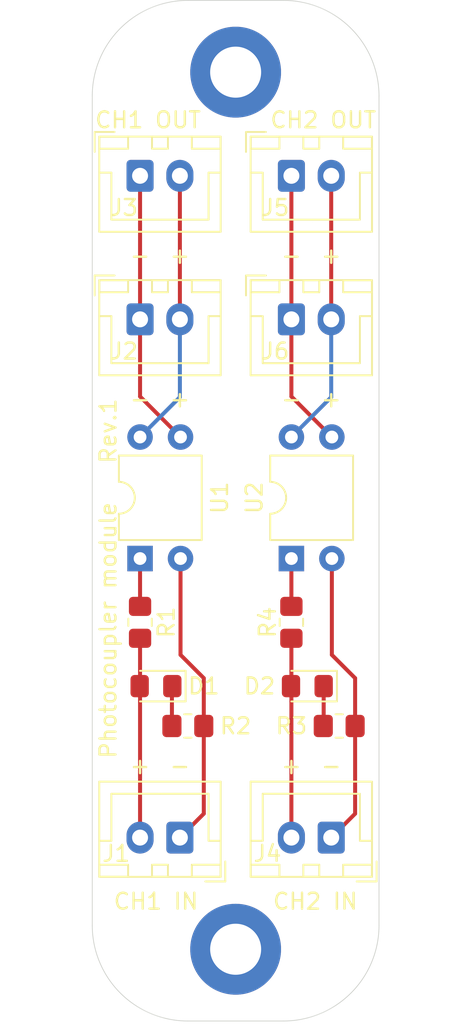
<source format=kicad_pcb>
(kicad_pcb (version 20171130) (host pcbnew 5.1.9+dfsg1-1)

  (general
    (thickness 1.6)
    (drawings 26)
    (tracks 32)
    (zones 0)
    (modules 16)
    (nets 13)
  )

  (page A4)
  (layers
    (0 F.Cu signal)
    (31 B.Cu signal)
    (32 B.Adhes user)
    (33 F.Adhes user)
    (34 B.Paste user)
    (35 F.Paste user)
    (36 B.SilkS user)
    (37 F.SilkS user)
    (38 B.Mask user)
    (39 F.Mask user)
    (40 Dwgs.User user)
    (41 Cmts.User user)
    (42 Eco1.User user)
    (43 Eco2.User user)
    (44 Edge.Cuts user)
    (45 Margin user)
    (46 B.CrtYd user)
    (47 F.CrtYd user)
    (48 B.Fab user)
    (49 F.Fab user)
  )

  (setup
    (last_trace_width 0.25)
    (trace_clearance 0.2)
    (zone_clearance 0.508)
    (zone_45_only no)
    (trace_min 0.2)
    (via_size 0.8)
    (via_drill 0.4)
    (via_min_size 0.4)
    (via_min_drill 0.3)
    (uvia_size 0.3)
    (uvia_drill 0.1)
    (uvias_allowed no)
    (uvia_min_size 0.2)
    (uvia_min_drill 0.1)
    (edge_width 0.05)
    (segment_width 0.2)
    (pcb_text_width 0.3)
    (pcb_text_size 1.5 1.5)
    (mod_edge_width 0.12)
    (mod_text_size 1 1)
    (mod_text_width 0.15)
    (pad_size 1.524 1.524)
    (pad_drill 0.762)
    (pad_to_mask_clearance 0)
    (aux_axis_origin 0 0)
    (visible_elements FFFFFF7F)
    (pcbplotparams
      (layerselection 0x010fc_ffffffff)
      (usegerberextensions false)
      (usegerberattributes true)
      (usegerberadvancedattributes true)
      (creategerberjobfile true)
      (excludeedgelayer true)
      (linewidth 0.100000)
      (plotframeref false)
      (viasonmask false)
      (mode 1)
      (useauxorigin false)
      (hpglpennumber 1)
      (hpglpenspeed 20)
      (hpglpendiameter 15.000000)
      (psnegative false)
      (psa4output false)
      (plotreference true)
      (plotvalue true)
      (plotinvisibletext false)
      (padsonsilk false)
      (subtractmaskfromsilk false)
      (outputformat 1)
      (mirror false)
      (drillshape 1)
      (scaleselection 1)
      (outputdirectory ""))
  )

  (net 0 "")
  (net 1 "Net-(J1-Pad1)")
  (net 2 "Net-(J2-Pad1)")
  (net 3 "Net-(J2-Pad2)")
  (net 4 "Net-(R1-Pad1)")
  (net 5 "Net-(D1-Pad1)")
  (net 6 "Net-(D1-Pad2)")
  (net 7 "Net-(D2-Pad1)")
  (net 8 "Net-(D2-Pad2)")
  (net 9 "Net-(J4-Pad1)")
  (net 10 "Net-(J5-Pad1)")
  (net 11 "Net-(J5-Pad2)")
  (net 12 "Net-(R4-Pad1)")

  (net_class Default "This is the default net class."
    (clearance 0.2)
    (trace_width 0.25)
    (via_dia 0.8)
    (via_drill 0.4)
    (uvia_dia 0.3)
    (uvia_drill 0.1)
    (add_net "Net-(D1-Pad1)")
    (add_net "Net-(D1-Pad2)")
    (add_net "Net-(D2-Pad1)")
    (add_net "Net-(D2-Pad2)")
    (add_net "Net-(J1-Pad1)")
    (add_net "Net-(J2-Pad1)")
    (add_net "Net-(J2-Pad2)")
    (add_net "Net-(J4-Pad1)")
    (add_net "Net-(J5-Pad1)")
    (add_net "Net-(J5-Pad2)")
    (add_net "Net-(R1-Pad1)")
    (add_net "Net-(R4-Pad1)")
  )

  (module MountingHole:MountingHole_3.2mm_M3_ISO7380_Pad (layer F.Cu) (tedit 56D1B4CB) (tstamp 636A62B6)
    (at 155 115)
    (descr "Mounting Hole 3.2mm, M3, ISO7380")
    (tags "mounting hole 3.2mm m3 iso7380")
    (attr virtual)
    (fp_text reference REF** (at 0 -3.85) (layer F.SilkS) hide
      (effects (font (size 1 1) (thickness 0.15)))
    )
    (fp_text value MountingHole_3.2mm_M3_ISO7380_Pad (at 0 3.85) (layer F.Fab)
      (effects (font (size 1 1) (thickness 0.15)))
    )
    (fp_text user %R (at 0.3 0) (layer F.Fab)
      (effects (font (size 1 1) (thickness 0.15)))
    )
    (fp_circle (center 0 0) (end 2.85 0) (layer Cmts.User) (width 0.15))
    (fp_circle (center 0 0) (end 3.1 0) (layer F.CrtYd) (width 0.05))
    (pad 1 thru_hole circle (at 0 0) (size 5.7 5.7) (drill 3.2) (layers *.Cu *.Mask))
  )

  (module MountingHole:MountingHole_3.2mm_M3_ISO7380_Pad (layer F.Cu) (tedit 56D1B4CB) (tstamp 636A6299)
    (at 155 60)
    (descr "Mounting Hole 3.2mm, M3, ISO7380")
    (tags "mounting hole 3.2mm m3 iso7380")
    (attr virtual)
    (fp_text reference REF** (at 0 -3.85) (layer F.SilkS) hide
      (effects (font (size 1 1) (thickness 0.15)))
    )
    (fp_text value MountingHole_3.2mm_M3_ISO7380_Pad (at 0 3.85) (layer F.Fab)
      (effects (font (size 1 1) (thickness 0.15)))
    )
    (fp_text user %R (at 0.3 0) (layer F.Fab)
      (effects (font (size 1 1) (thickness 0.15)))
    )
    (fp_circle (center 0 0) (end 2.85 0) (layer Cmts.User) (width 0.15))
    (fp_circle (center 0 0) (end 3.1 0) (layer F.CrtYd) (width 0.05))
    (pad 1 thru_hole circle (at 0 0) (size 5.7 5.7) (drill 3.2) (layers *.Cu *.Mask))
  )

  (module Connector_JST:JST_XH_B2B-XH-A_1x02_P2.50mm_Vertical (layer F.Cu) (tedit 5C28146C) (tstamp 636A05FB)
    (at 151.5 108 180)
    (descr "JST XH series connector, B2B-XH-A (http://www.jst-mfg.com/product/pdf/eng/eXH.pdf), generated with kicad-footprint-generator")
    (tags "connector JST XH vertical")
    (path /636B5376)
    (fp_text reference J1 (at 4 -1) (layer F.SilkS)
      (effects (font (size 1 1) (thickness 0.15)))
    )
    (fp_text value Conn_01x02_Female (at 1.25 4.6) (layer F.Fab)
      (effects (font (size 1 1) (thickness 0.15)))
    )
    (fp_line (start -2.85 -2.75) (end -2.85 -1.5) (layer F.SilkS) (width 0.12))
    (fp_line (start -1.6 -2.75) (end -2.85 -2.75) (layer F.SilkS) (width 0.12))
    (fp_line (start 4.3 2.75) (end 1.25 2.75) (layer F.SilkS) (width 0.12))
    (fp_line (start 4.3 -0.2) (end 4.3 2.75) (layer F.SilkS) (width 0.12))
    (fp_line (start 5.05 -0.2) (end 4.3 -0.2) (layer F.SilkS) (width 0.12))
    (fp_line (start -1.8 2.75) (end 1.25 2.75) (layer F.SilkS) (width 0.12))
    (fp_line (start -1.8 -0.2) (end -1.8 2.75) (layer F.SilkS) (width 0.12))
    (fp_line (start -2.55 -0.2) (end -1.8 -0.2) (layer F.SilkS) (width 0.12))
    (fp_line (start 5.05 -2.45) (end 3.25 -2.45) (layer F.SilkS) (width 0.12))
    (fp_line (start 5.05 -1.7) (end 5.05 -2.45) (layer F.SilkS) (width 0.12))
    (fp_line (start 3.25 -1.7) (end 5.05 -1.7) (layer F.SilkS) (width 0.12))
    (fp_line (start 3.25 -2.45) (end 3.25 -1.7) (layer F.SilkS) (width 0.12))
    (fp_line (start -0.75 -2.45) (end -2.55 -2.45) (layer F.SilkS) (width 0.12))
    (fp_line (start -0.75 -1.7) (end -0.75 -2.45) (layer F.SilkS) (width 0.12))
    (fp_line (start -2.55 -1.7) (end -0.75 -1.7) (layer F.SilkS) (width 0.12))
    (fp_line (start -2.55 -2.45) (end -2.55 -1.7) (layer F.SilkS) (width 0.12))
    (fp_line (start 1.75 -2.45) (end 0.75 -2.45) (layer F.SilkS) (width 0.12))
    (fp_line (start 1.75 -1.7) (end 1.75 -2.45) (layer F.SilkS) (width 0.12))
    (fp_line (start 0.75 -1.7) (end 1.75 -1.7) (layer F.SilkS) (width 0.12))
    (fp_line (start 0.75 -2.45) (end 0.75 -1.7) (layer F.SilkS) (width 0.12))
    (fp_line (start 0 -1.35) (end 0.625 -2.35) (layer F.Fab) (width 0.1))
    (fp_line (start -0.625 -2.35) (end 0 -1.35) (layer F.Fab) (width 0.1))
    (fp_line (start 5.45 -2.85) (end -2.95 -2.85) (layer F.CrtYd) (width 0.05))
    (fp_line (start 5.45 3.9) (end 5.45 -2.85) (layer F.CrtYd) (width 0.05))
    (fp_line (start -2.95 3.9) (end 5.45 3.9) (layer F.CrtYd) (width 0.05))
    (fp_line (start -2.95 -2.85) (end -2.95 3.9) (layer F.CrtYd) (width 0.05))
    (fp_line (start 5.06 -2.46) (end -2.56 -2.46) (layer F.SilkS) (width 0.12))
    (fp_line (start 5.06 3.51) (end 5.06 -2.46) (layer F.SilkS) (width 0.12))
    (fp_line (start -2.56 3.51) (end 5.06 3.51) (layer F.SilkS) (width 0.12))
    (fp_line (start -2.56 -2.46) (end -2.56 3.51) (layer F.SilkS) (width 0.12))
    (fp_line (start 4.95 -2.35) (end -2.45 -2.35) (layer F.Fab) (width 0.1))
    (fp_line (start 4.95 3.4) (end 4.95 -2.35) (layer F.Fab) (width 0.1))
    (fp_line (start -2.45 3.4) (end 4.95 3.4) (layer F.Fab) (width 0.1))
    (fp_line (start -2.45 -2.35) (end -2.45 3.4) (layer F.Fab) (width 0.1))
    (fp_text user %R (at 1.25 2.7) (layer F.Fab)
      (effects (font (size 1 1) (thickness 0.15)))
    )
    (pad 1 thru_hole roundrect (at 0 0 180) (size 1.7 2) (drill 1) (layers *.Cu *.Mask) (roundrect_rratio 0.147059)
      (net 1 "Net-(J1-Pad1)"))
    (pad 2 thru_hole oval (at 2.5 0 180) (size 1.7 2) (drill 1) (layers *.Cu *.Mask)
      (net 6 "Net-(D1-Pad2)"))
    (model ${KISYS3DMOD}/Connector_JST.3dshapes/JST_XH_B2B-XH-A_1x02_P2.50mm_Vertical.wrl
      (at (xyz 0 0 0))
      (scale (xyz 1 1 1))
      (rotate (xyz 0 0 0))
    )
  )

  (module Connector_JST:JST_XH_B2B-XH-A_1x02_P2.50mm_Vertical (layer F.Cu) (tedit 5C28146C) (tstamp 636A0624)
    (at 149 75.5)
    (descr "JST XH series connector, B2B-XH-A (http://www.jst-mfg.com/product/pdf/eng/eXH.pdf), generated with kicad-footprint-generator")
    (tags "connector JST XH vertical")
    (path /636AAD6B)
    (fp_text reference J2 (at -1 2) (layer F.SilkS)
      (effects (font (size 1 1) (thickness 0.15)))
    )
    (fp_text value Conn_01x02_Female (at 1.25 4.6) (layer F.Fab)
      (effects (font (size 1 1) (thickness 0.15)))
    )
    (fp_line (start -2.85 -2.75) (end -2.85 -1.5) (layer F.SilkS) (width 0.12))
    (fp_line (start -1.6 -2.75) (end -2.85 -2.75) (layer F.SilkS) (width 0.12))
    (fp_line (start 4.3 2.75) (end 1.25 2.75) (layer F.SilkS) (width 0.12))
    (fp_line (start 4.3 -0.2) (end 4.3 2.75) (layer F.SilkS) (width 0.12))
    (fp_line (start 5.05 -0.2) (end 4.3 -0.2) (layer F.SilkS) (width 0.12))
    (fp_line (start -1.8 2.75) (end 1.25 2.75) (layer F.SilkS) (width 0.12))
    (fp_line (start -1.8 -0.2) (end -1.8 2.75) (layer F.SilkS) (width 0.12))
    (fp_line (start -2.55 -0.2) (end -1.8 -0.2) (layer F.SilkS) (width 0.12))
    (fp_line (start 5.05 -2.45) (end 3.25 -2.45) (layer F.SilkS) (width 0.12))
    (fp_line (start 5.05 -1.7) (end 5.05 -2.45) (layer F.SilkS) (width 0.12))
    (fp_line (start 3.25 -1.7) (end 5.05 -1.7) (layer F.SilkS) (width 0.12))
    (fp_line (start 3.25 -2.45) (end 3.25 -1.7) (layer F.SilkS) (width 0.12))
    (fp_line (start -0.75 -2.45) (end -2.55 -2.45) (layer F.SilkS) (width 0.12))
    (fp_line (start -0.75 -1.7) (end -0.75 -2.45) (layer F.SilkS) (width 0.12))
    (fp_line (start -2.55 -1.7) (end -0.75 -1.7) (layer F.SilkS) (width 0.12))
    (fp_line (start -2.55 -2.45) (end -2.55 -1.7) (layer F.SilkS) (width 0.12))
    (fp_line (start 1.75 -2.45) (end 0.75 -2.45) (layer F.SilkS) (width 0.12))
    (fp_line (start 1.75 -1.7) (end 1.75 -2.45) (layer F.SilkS) (width 0.12))
    (fp_line (start 0.75 -1.7) (end 1.75 -1.7) (layer F.SilkS) (width 0.12))
    (fp_line (start 0.75 -2.45) (end 0.75 -1.7) (layer F.SilkS) (width 0.12))
    (fp_line (start 0 -1.35) (end 0.625 -2.35) (layer F.Fab) (width 0.1))
    (fp_line (start -0.625 -2.35) (end 0 -1.35) (layer F.Fab) (width 0.1))
    (fp_line (start 5.45 -2.85) (end -2.95 -2.85) (layer F.CrtYd) (width 0.05))
    (fp_line (start 5.45 3.9) (end 5.45 -2.85) (layer F.CrtYd) (width 0.05))
    (fp_line (start -2.95 3.9) (end 5.45 3.9) (layer F.CrtYd) (width 0.05))
    (fp_line (start -2.95 -2.85) (end -2.95 3.9) (layer F.CrtYd) (width 0.05))
    (fp_line (start 5.06 -2.46) (end -2.56 -2.46) (layer F.SilkS) (width 0.12))
    (fp_line (start 5.06 3.51) (end 5.06 -2.46) (layer F.SilkS) (width 0.12))
    (fp_line (start -2.56 3.51) (end 5.06 3.51) (layer F.SilkS) (width 0.12))
    (fp_line (start -2.56 -2.46) (end -2.56 3.51) (layer F.SilkS) (width 0.12))
    (fp_line (start 4.95 -2.35) (end -2.45 -2.35) (layer F.Fab) (width 0.1))
    (fp_line (start 4.95 3.4) (end 4.95 -2.35) (layer F.Fab) (width 0.1))
    (fp_line (start -2.45 3.4) (end 4.95 3.4) (layer F.Fab) (width 0.1))
    (fp_line (start -2.45 -2.35) (end -2.45 3.4) (layer F.Fab) (width 0.1))
    (fp_text user %R (at 1.25 2.7) (layer F.Fab)
      (effects (font (size 1 1) (thickness 0.15)))
    )
    (pad 1 thru_hole roundrect (at 0 0) (size 1.7 2) (drill 1) (layers *.Cu *.Mask) (roundrect_rratio 0.147059)
      (net 2 "Net-(J2-Pad1)"))
    (pad 2 thru_hole oval (at 2.5 0) (size 1.7 2) (drill 1) (layers *.Cu *.Mask)
      (net 3 "Net-(J2-Pad2)"))
    (model ${KISYS3DMOD}/Connector_JST.3dshapes/JST_XH_B2B-XH-A_1x02_P2.50mm_Vertical.wrl
      (at (xyz 0 0 0))
      (scale (xyz 1 1 1))
      (rotate (xyz 0 0 0))
    )
  )

  (module Connector_JST:JST_XH_B2B-XH-A_1x02_P2.50mm_Vertical (layer F.Cu) (tedit 5C28146C) (tstamp 636A064D)
    (at 149 66.5)
    (descr "JST XH series connector, B2B-XH-A (http://www.jst-mfg.com/product/pdf/eng/eXH.pdf), generated with kicad-footprint-generator")
    (tags "connector JST XH vertical")
    (path /636AE5C4)
    (fp_text reference J3 (at -1 2) (layer F.SilkS)
      (effects (font (size 1 1) (thickness 0.15)))
    )
    (fp_text value Conn_01x02_Female (at 1.25 4.6) (layer F.Fab)
      (effects (font (size 1 1) (thickness 0.15)))
    )
    (fp_text user %R (at 1.25 2.7) (layer F.Fab)
      (effects (font (size 1 1) (thickness 0.15)))
    )
    (fp_line (start -2.45 -2.35) (end -2.45 3.4) (layer F.Fab) (width 0.1))
    (fp_line (start -2.45 3.4) (end 4.95 3.4) (layer F.Fab) (width 0.1))
    (fp_line (start 4.95 3.4) (end 4.95 -2.35) (layer F.Fab) (width 0.1))
    (fp_line (start 4.95 -2.35) (end -2.45 -2.35) (layer F.Fab) (width 0.1))
    (fp_line (start -2.56 -2.46) (end -2.56 3.51) (layer F.SilkS) (width 0.12))
    (fp_line (start -2.56 3.51) (end 5.06 3.51) (layer F.SilkS) (width 0.12))
    (fp_line (start 5.06 3.51) (end 5.06 -2.46) (layer F.SilkS) (width 0.12))
    (fp_line (start 5.06 -2.46) (end -2.56 -2.46) (layer F.SilkS) (width 0.12))
    (fp_line (start -2.95 -2.85) (end -2.95 3.9) (layer F.CrtYd) (width 0.05))
    (fp_line (start -2.95 3.9) (end 5.45 3.9) (layer F.CrtYd) (width 0.05))
    (fp_line (start 5.45 3.9) (end 5.45 -2.85) (layer F.CrtYd) (width 0.05))
    (fp_line (start 5.45 -2.85) (end -2.95 -2.85) (layer F.CrtYd) (width 0.05))
    (fp_line (start -0.625 -2.35) (end 0 -1.35) (layer F.Fab) (width 0.1))
    (fp_line (start 0 -1.35) (end 0.625 -2.35) (layer F.Fab) (width 0.1))
    (fp_line (start 0.75 -2.45) (end 0.75 -1.7) (layer F.SilkS) (width 0.12))
    (fp_line (start 0.75 -1.7) (end 1.75 -1.7) (layer F.SilkS) (width 0.12))
    (fp_line (start 1.75 -1.7) (end 1.75 -2.45) (layer F.SilkS) (width 0.12))
    (fp_line (start 1.75 -2.45) (end 0.75 -2.45) (layer F.SilkS) (width 0.12))
    (fp_line (start -2.55 -2.45) (end -2.55 -1.7) (layer F.SilkS) (width 0.12))
    (fp_line (start -2.55 -1.7) (end -0.75 -1.7) (layer F.SilkS) (width 0.12))
    (fp_line (start -0.75 -1.7) (end -0.75 -2.45) (layer F.SilkS) (width 0.12))
    (fp_line (start -0.75 -2.45) (end -2.55 -2.45) (layer F.SilkS) (width 0.12))
    (fp_line (start 3.25 -2.45) (end 3.25 -1.7) (layer F.SilkS) (width 0.12))
    (fp_line (start 3.25 -1.7) (end 5.05 -1.7) (layer F.SilkS) (width 0.12))
    (fp_line (start 5.05 -1.7) (end 5.05 -2.45) (layer F.SilkS) (width 0.12))
    (fp_line (start 5.05 -2.45) (end 3.25 -2.45) (layer F.SilkS) (width 0.12))
    (fp_line (start -2.55 -0.2) (end -1.8 -0.2) (layer F.SilkS) (width 0.12))
    (fp_line (start -1.8 -0.2) (end -1.8 2.75) (layer F.SilkS) (width 0.12))
    (fp_line (start -1.8 2.75) (end 1.25 2.75) (layer F.SilkS) (width 0.12))
    (fp_line (start 5.05 -0.2) (end 4.3 -0.2) (layer F.SilkS) (width 0.12))
    (fp_line (start 4.3 -0.2) (end 4.3 2.75) (layer F.SilkS) (width 0.12))
    (fp_line (start 4.3 2.75) (end 1.25 2.75) (layer F.SilkS) (width 0.12))
    (fp_line (start -1.6 -2.75) (end -2.85 -2.75) (layer F.SilkS) (width 0.12))
    (fp_line (start -2.85 -2.75) (end -2.85 -1.5) (layer F.SilkS) (width 0.12))
    (pad 2 thru_hole oval (at 2.5 0) (size 1.7 2) (drill 1) (layers *.Cu *.Mask)
      (net 3 "Net-(J2-Pad2)"))
    (pad 1 thru_hole roundrect (at 0 0) (size 1.7 2) (drill 1) (layers *.Cu *.Mask) (roundrect_rratio 0.147059)
      (net 2 "Net-(J2-Pad1)"))
    (model ${KISYS3DMOD}/Connector_JST.3dshapes/JST_XH_B2B-XH-A_1x02_P2.50mm_Vertical.wrl
      (at (xyz 0 0 0))
      (scale (xyz 1 1 1))
      (rotate (xyz 0 0 0))
    )
  )

  (module Resistor_SMD:R_0805_2012Metric_Pad1.20x1.40mm_HandSolder (layer F.Cu) (tedit 5F68FEEE) (tstamp 636A065E)
    (at 149 94.5 270)
    (descr "Resistor SMD 0805 (2012 Metric), square (rectangular) end terminal, IPC_7351 nominal with elongated pad for handsoldering. (Body size source: IPC-SM-782 page 72, https://www.pcb-3d.com/wordpress/wp-content/uploads/ipc-sm-782a_amendment_1_and_2.pdf), generated with kicad-footprint-generator")
    (tags "resistor handsolder")
    (path /636B4BA2)
    (attr smd)
    (fp_text reference R1 (at 0 -1.65 90) (layer F.SilkS)
      (effects (font (size 1 1) (thickness 0.15)))
    )
    (fp_text value R_US (at 0 1.65 90) (layer F.Fab)
      (effects (font (size 1 1) (thickness 0.15)))
    )
    (fp_line (start 1.85 0.95) (end -1.85 0.95) (layer F.CrtYd) (width 0.05))
    (fp_line (start 1.85 -0.95) (end 1.85 0.95) (layer F.CrtYd) (width 0.05))
    (fp_line (start -1.85 -0.95) (end 1.85 -0.95) (layer F.CrtYd) (width 0.05))
    (fp_line (start -1.85 0.95) (end -1.85 -0.95) (layer F.CrtYd) (width 0.05))
    (fp_line (start -0.227064 0.735) (end 0.227064 0.735) (layer F.SilkS) (width 0.12))
    (fp_line (start -0.227064 -0.735) (end 0.227064 -0.735) (layer F.SilkS) (width 0.12))
    (fp_line (start 1 0.625) (end -1 0.625) (layer F.Fab) (width 0.1))
    (fp_line (start 1 -0.625) (end 1 0.625) (layer F.Fab) (width 0.1))
    (fp_line (start -1 -0.625) (end 1 -0.625) (layer F.Fab) (width 0.1))
    (fp_line (start -1 0.625) (end -1 -0.625) (layer F.Fab) (width 0.1))
    (fp_text user %R (at 0 0 90) (layer F.Fab)
      (effects (font (size 0.5 0.5) (thickness 0.08)))
    )
    (pad 1 smd roundrect (at -1 0 270) (size 1.2 1.4) (layers F.Cu F.Paste F.Mask) (roundrect_rratio 0.208333)
      (net 4 "Net-(R1-Pad1)"))
    (pad 2 smd roundrect (at 1 0 270) (size 1.2 1.4) (layers F.Cu F.Paste F.Mask) (roundrect_rratio 0.208333)
      (net 6 "Net-(D1-Pad2)"))
    (model ${KISYS3DMOD}/Resistor_SMD.3dshapes/R_0805_2012Metric.wrl
      (at (xyz 0 0 0))
      (scale (xyz 1 1 1))
      (rotate (xyz 0 0 0))
    )
  )

  (module Package_DIP:DIP-4_W7.62mm (layer F.Cu) (tedit 5A02E8C5) (tstamp 636A0676)
    (at 149 90.5 90)
    (descr "4-lead though-hole mounted DIP package, row spacing 7.62 mm (300 mils)")
    (tags "THT DIP DIL PDIP 2.54mm 7.62mm 300mil")
    (path /636ACA1C)
    (fp_text reference U1 (at 3.81 5 90) (layer F.SilkS)
      (effects (font (size 1 1) (thickness 0.15)))
    )
    (fp_text value SFH617A-1 (at 3.81 4.87 90) (layer F.Fab)
      (effects (font (size 1 1) (thickness 0.15)))
    )
    (fp_line (start 8.7 -1.55) (end -1.1 -1.55) (layer F.CrtYd) (width 0.05))
    (fp_line (start 8.7 4.1) (end 8.7 -1.55) (layer F.CrtYd) (width 0.05))
    (fp_line (start -1.1 4.1) (end 8.7 4.1) (layer F.CrtYd) (width 0.05))
    (fp_line (start -1.1 -1.55) (end -1.1 4.1) (layer F.CrtYd) (width 0.05))
    (fp_line (start 6.46 -1.33) (end 4.81 -1.33) (layer F.SilkS) (width 0.12))
    (fp_line (start 6.46 3.87) (end 6.46 -1.33) (layer F.SilkS) (width 0.12))
    (fp_line (start 1.16 3.87) (end 6.46 3.87) (layer F.SilkS) (width 0.12))
    (fp_line (start 1.16 -1.33) (end 1.16 3.87) (layer F.SilkS) (width 0.12))
    (fp_line (start 2.81 -1.33) (end 1.16 -1.33) (layer F.SilkS) (width 0.12))
    (fp_line (start 0.635 -0.27) (end 1.635 -1.27) (layer F.Fab) (width 0.1))
    (fp_line (start 0.635 3.81) (end 0.635 -0.27) (layer F.Fab) (width 0.1))
    (fp_line (start 6.985 3.81) (end 0.635 3.81) (layer F.Fab) (width 0.1))
    (fp_line (start 6.985 -1.27) (end 6.985 3.81) (layer F.Fab) (width 0.1))
    (fp_line (start 1.635 -1.27) (end 6.985 -1.27) (layer F.Fab) (width 0.1))
    (fp_arc (start 3.81 -1.33) (end 2.81 -1.33) (angle -180) (layer F.SilkS) (width 0.12))
    (fp_text user %R (at 3.81 1.27 90) (layer F.Fab)
      (effects (font (size 1 1) (thickness 0.15)))
    )
    (pad 1 thru_hole rect (at 0 0 90) (size 1.6 1.6) (drill 0.8) (layers *.Cu *.Mask)
      (net 4 "Net-(R1-Pad1)"))
    (pad 3 thru_hole oval (at 7.62 2.54 90) (size 1.6 1.6) (drill 0.8) (layers *.Cu *.Mask)
      (net 2 "Net-(J2-Pad1)"))
    (pad 2 thru_hole oval (at 0 2.54 90) (size 1.6 1.6) (drill 0.8) (layers *.Cu *.Mask)
      (net 1 "Net-(J1-Pad1)"))
    (pad 4 thru_hole oval (at 7.62 0 90) (size 1.6 1.6) (drill 0.8) (layers *.Cu *.Mask)
      (net 3 "Net-(J2-Pad2)"))
    (model ${KISYS3DMOD}/Package_DIP.3dshapes/DIP-4_W7.62mm.wrl
      (at (xyz 0 0 0))
      (scale (xyz 1 1 1))
      (rotate (xyz 0 0 0))
    )
  )

  (module LED_SMD:LED_0805_2012Metric_Pad1.15x1.40mm_HandSolder (layer F.Cu) (tedit 5F68FEF1) (tstamp 636A0BDA)
    (at 150 98.5 180)
    (descr "LED SMD 0805 (2012 Metric), square (rectangular) end terminal, IPC_7351 nominal, (Body size source: https://docs.google.com/spreadsheets/d/1BsfQQcO9C6DZCsRaXUlFlo91Tg2WpOkGARC1WS5S8t0/edit?usp=sharing), generated with kicad-footprint-generator")
    (tags "LED handsolder")
    (path /636B8F15)
    (attr smd)
    (fp_text reference D1 (at -3 0) (layer F.SilkS)
      (effects (font (size 1 1) (thickness 0.15)))
    )
    (fp_text value LED (at 0 1.65) (layer F.Fab)
      (effects (font (size 1 1) (thickness 0.15)))
    )
    (fp_line (start 1.85 0.95) (end -1.85 0.95) (layer F.CrtYd) (width 0.05))
    (fp_line (start 1.85 -0.95) (end 1.85 0.95) (layer F.CrtYd) (width 0.05))
    (fp_line (start -1.85 -0.95) (end 1.85 -0.95) (layer F.CrtYd) (width 0.05))
    (fp_line (start -1.85 0.95) (end -1.85 -0.95) (layer F.CrtYd) (width 0.05))
    (fp_line (start -1.86 0.96) (end 1 0.96) (layer F.SilkS) (width 0.12))
    (fp_line (start -1.86 -0.96) (end -1.86 0.96) (layer F.SilkS) (width 0.12))
    (fp_line (start 1 -0.96) (end -1.86 -0.96) (layer F.SilkS) (width 0.12))
    (fp_line (start 1 0.6) (end 1 -0.6) (layer F.Fab) (width 0.1))
    (fp_line (start -1 0.6) (end 1 0.6) (layer F.Fab) (width 0.1))
    (fp_line (start -1 -0.3) (end -1 0.6) (layer F.Fab) (width 0.1))
    (fp_line (start -0.7 -0.6) (end -1 -0.3) (layer F.Fab) (width 0.1))
    (fp_line (start 1 -0.6) (end -0.7 -0.6) (layer F.Fab) (width 0.1))
    (fp_text user %R (at 0 0) (layer F.Fab)
      (effects (font (size 0.5 0.5) (thickness 0.08)))
    )
    (pad 1 smd roundrect (at -1.025 0 180) (size 1.15 1.4) (layers F.Cu F.Paste F.Mask) (roundrect_rratio 0.217391)
      (net 5 "Net-(D1-Pad1)"))
    (pad 2 smd roundrect (at 1.025 0 180) (size 1.15 1.4) (layers F.Cu F.Paste F.Mask) (roundrect_rratio 0.217391)
      (net 6 "Net-(D1-Pad2)"))
    (model ${KISYS3DMOD}/LED_SMD.3dshapes/LED_0805_2012Metric.wrl
      (at (xyz 0 0 0))
      (scale (xyz 1 1 1))
      (rotate (xyz 0 0 0))
    )
  )

  (module Resistor_SMD:R_0805_2012Metric_Pad1.20x1.40mm_HandSolder (layer F.Cu) (tedit 5F68FEEE) (tstamp 636A0BEB)
    (at 152 101)
    (descr "Resistor SMD 0805 (2012 Metric), square (rectangular) end terminal, IPC_7351 nominal with elongated pad for handsoldering. (Body size source: IPC-SM-782 page 72, https://www.pcb-3d.com/wordpress/wp-content/uploads/ipc-sm-782a_amendment_1_and_2.pdf), generated with kicad-footprint-generator")
    (tags "resistor handsolder")
    (path /636BA11D)
    (attr smd)
    (fp_text reference R2 (at 3 0) (layer F.SilkS)
      (effects (font (size 1 1) (thickness 0.15)))
    )
    (fp_text value R_US (at 0 1.65) (layer F.Fab)
      (effects (font (size 1 1) (thickness 0.15)))
    )
    (fp_line (start 1.85 0.95) (end -1.85 0.95) (layer F.CrtYd) (width 0.05))
    (fp_line (start 1.85 -0.95) (end 1.85 0.95) (layer F.CrtYd) (width 0.05))
    (fp_line (start -1.85 -0.95) (end 1.85 -0.95) (layer F.CrtYd) (width 0.05))
    (fp_line (start -1.85 0.95) (end -1.85 -0.95) (layer F.CrtYd) (width 0.05))
    (fp_line (start -0.227064 0.735) (end 0.227064 0.735) (layer F.SilkS) (width 0.12))
    (fp_line (start -0.227064 -0.735) (end 0.227064 -0.735) (layer F.SilkS) (width 0.12))
    (fp_line (start 1 0.625) (end -1 0.625) (layer F.Fab) (width 0.1))
    (fp_line (start 1 -0.625) (end 1 0.625) (layer F.Fab) (width 0.1))
    (fp_line (start -1 -0.625) (end 1 -0.625) (layer F.Fab) (width 0.1))
    (fp_line (start -1 0.625) (end -1 -0.625) (layer F.Fab) (width 0.1))
    (fp_text user %R (at 0 0) (layer F.Fab)
      (effects (font (size 0.5 0.5) (thickness 0.08)))
    )
    (pad 1 smd roundrect (at -1 0) (size 1.2 1.4) (layers F.Cu F.Paste F.Mask) (roundrect_rratio 0.208333)
      (net 5 "Net-(D1-Pad1)"))
    (pad 2 smd roundrect (at 1 0) (size 1.2 1.4) (layers F.Cu F.Paste F.Mask) (roundrect_rratio 0.208333)
      (net 1 "Net-(J1-Pad1)"))
    (model ${KISYS3DMOD}/Resistor_SMD.3dshapes/R_0805_2012Metric.wrl
      (at (xyz 0 0 0))
      (scale (xyz 1 1 1))
      (rotate (xyz 0 0 0))
    )
  )

  (module LED_SMD:LED_0805_2012Metric_Pad1.15x1.40mm_HandSolder (layer F.Cu) (tedit 5F68FEF1) (tstamp 636A680F)
    (at 159.5 98.5 180)
    (descr "LED SMD 0805 (2012 Metric), square (rectangular) end terminal, IPC_7351 nominal, (Body size source: https://docs.google.com/spreadsheets/d/1BsfQQcO9C6DZCsRaXUlFlo91Tg2WpOkGARC1WS5S8t0/edit?usp=sharing), generated with kicad-footprint-generator")
    (tags "LED handsolder")
    (path /636CA416)
    (attr smd)
    (fp_text reference D2 (at 3 0) (layer F.SilkS)
      (effects (font (size 1 1) (thickness 0.15)))
    )
    (fp_text value LED (at 0 1.65) (layer F.Fab)
      (effects (font (size 1 1) (thickness 0.15)))
    )
    (fp_line (start 1.85 0.95) (end -1.85 0.95) (layer F.CrtYd) (width 0.05))
    (fp_line (start 1.85 -0.95) (end 1.85 0.95) (layer F.CrtYd) (width 0.05))
    (fp_line (start -1.85 -0.95) (end 1.85 -0.95) (layer F.CrtYd) (width 0.05))
    (fp_line (start -1.85 0.95) (end -1.85 -0.95) (layer F.CrtYd) (width 0.05))
    (fp_line (start -1.86 0.96) (end 1 0.96) (layer F.SilkS) (width 0.12))
    (fp_line (start -1.86 -0.96) (end -1.86 0.96) (layer F.SilkS) (width 0.12))
    (fp_line (start 1 -0.96) (end -1.86 -0.96) (layer F.SilkS) (width 0.12))
    (fp_line (start 1 0.6) (end 1 -0.6) (layer F.Fab) (width 0.1))
    (fp_line (start -1 0.6) (end 1 0.6) (layer F.Fab) (width 0.1))
    (fp_line (start -1 -0.3) (end -1 0.6) (layer F.Fab) (width 0.1))
    (fp_line (start -0.7 -0.6) (end -1 -0.3) (layer F.Fab) (width 0.1))
    (fp_line (start 1 -0.6) (end -0.7 -0.6) (layer F.Fab) (width 0.1))
    (fp_text user %R (at 0 0) (layer F.Fab)
      (effects (font (size 0.5 0.5) (thickness 0.08)))
    )
    (pad 1 smd roundrect (at -1.025 0 180) (size 1.15 1.4) (layers F.Cu F.Paste F.Mask) (roundrect_rratio 0.217391)
      (net 7 "Net-(D2-Pad1)"))
    (pad 2 smd roundrect (at 1.025 0 180) (size 1.15 1.4) (layers F.Cu F.Paste F.Mask) (roundrect_rratio 0.217391)
      (net 8 "Net-(D2-Pad2)"))
    (model ${KISYS3DMOD}/LED_SMD.3dshapes/LED_0805_2012Metric.wrl
      (at (xyz 0 0 0))
      (scale (xyz 1 1 1))
      (rotate (xyz 0 0 0))
    )
  )

  (module Connector_JST:JST_XH_B2B-XH-A_1x02_P2.50mm_Vertical (layer F.Cu) (tedit 5C28146C) (tstamp 636A6838)
    (at 161 108 180)
    (descr "JST XH series connector, B2B-XH-A (http://www.jst-mfg.com/product/pdf/eng/eXH.pdf), generated with kicad-footprint-generator")
    (tags "connector JST XH vertical")
    (path /636CA401)
    (fp_text reference J4 (at 4 -1) (layer F.SilkS)
      (effects (font (size 1 1) (thickness 0.15)))
    )
    (fp_text value Conn_01x02_Female (at 1.25 4.6) (layer F.Fab)
      (effects (font (size 1 1) (thickness 0.15)))
    )
    (fp_line (start -2.85 -2.75) (end -2.85 -1.5) (layer F.SilkS) (width 0.12))
    (fp_line (start -1.6 -2.75) (end -2.85 -2.75) (layer F.SilkS) (width 0.12))
    (fp_line (start 4.3 2.75) (end 1.25 2.75) (layer F.SilkS) (width 0.12))
    (fp_line (start 4.3 -0.2) (end 4.3 2.75) (layer F.SilkS) (width 0.12))
    (fp_line (start 5.05 -0.2) (end 4.3 -0.2) (layer F.SilkS) (width 0.12))
    (fp_line (start -1.8 2.75) (end 1.25 2.75) (layer F.SilkS) (width 0.12))
    (fp_line (start -1.8 -0.2) (end -1.8 2.75) (layer F.SilkS) (width 0.12))
    (fp_line (start -2.55 -0.2) (end -1.8 -0.2) (layer F.SilkS) (width 0.12))
    (fp_line (start 5.05 -2.45) (end 3.25 -2.45) (layer F.SilkS) (width 0.12))
    (fp_line (start 5.05 -1.7) (end 5.05 -2.45) (layer F.SilkS) (width 0.12))
    (fp_line (start 3.25 -1.7) (end 5.05 -1.7) (layer F.SilkS) (width 0.12))
    (fp_line (start 3.25 -2.45) (end 3.25 -1.7) (layer F.SilkS) (width 0.12))
    (fp_line (start -0.75 -2.45) (end -2.55 -2.45) (layer F.SilkS) (width 0.12))
    (fp_line (start -0.75 -1.7) (end -0.75 -2.45) (layer F.SilkS) (width 0.12))
    (fp_line (start -2.55 -1.7) (end -0.75 -1.7) (layer F.SilkS) (width 0.12))
    (fp_line (start -2.55 -2.45) (end -2.55 -1.7) (layer F.SilkS) (width 0.12))
    (fp_line (start 1.75 -2.45) (end 0.75 -2.45) (layer F.SilkS) (width 0.12))
    (fp_line (start 1.75 -1.7) (end 1.75 -2.45) (layer F.SilkS) (width 0.12))
    (fp_line (start 0.75 -1.7) (end 1.75 -1.7) (layer F.SilkS) (width 0.12))
    (fp_line (start 0.75 -2.45) (end 0.75 -1.7) (layer F.SilkS) (width 0.12))
    (fp_line (start 0 -1.35) (end 0.625 -2.35) (layer F.Fab) (width 0.1))
    (fp_line (start -0.625 -2.35) (end 0 -1.35) (layer F.Fab) (width 0.1))
    (fp_line (start 5.45 -2.85) (end -2.95 -2.85) (layer F.CrtYd) (width 0.05))
    (fp_line (start 5.45 3.9) (end 5.45 -2.85) (layer F.CrtYd) (width 0.05))
    (fp_line (start -2.95 3.9) (end 5.45 3.9) (layer F.CrtYd) (width 0.05))
    (fp_line (start -2.95 -2.85) (end -2.95 3.9) (layer F.CrtYd) (width 0.05))
    (fp_line (start 5.06 -2.46) (end -2.56 -2.46) (layer F.SilkS) (width 0.12))
    (fp_line (start 5.06 3.51) (end 5.06 -2.46) (layer F.SilkS) (width 0.12))
    (fp_line (start -2.56 3.51) (end 5.06 3.51) (layer F.SilkS) (width 0.12))
    (fp_line (start -2.56 -2.46) (end -2.56 3.51) (layer F.SilkS) (width 0.12))
    (fp_line (start 4.95 -2.35) (end -2.45 -2.35) (layer F.Fab) (width 0.1))
    (fp_line (start 4.95 3.4) (end 4.95 -2.35) (layer F.Fab) (width 0.1))
    (fp_line (start -2.45 3.4) (end 4.95 3.4) (layer F.Fab) (width 0.1))
    (fp_line (start -2.45 -2.35) (end -2.45 3.4) (layer F.Fab) (width 0.1))
    (fp_text user %R (at 1.25 2.7) (layer F.Fab)
      (effects (font (size 1 1) (thickness 0.15)))
    )
    (pad 1 thru_hole roundrect (at 0 0 180) (size 1.7 2) (drill 1) (layers *.Cu *.Mask) (roundrect_rratio 0.147059)
      (net 9 "Net-(J4-Pad1)"))
    (pad 2 thru_hole oval (at 2.5 0 180) (size 1.7 2) (drill 1) (layers *.Cu *.Mask)
      (net 8 "Net-(D2-Pad2)"))
    (model ${KISYS3DMOD}/Connector_JST.3dshapes/JST_XH_B2B-XH-A_1x02_P2.50mm_Vertical.wrl
      (at (xyz 0 0 0))
      (scale (xyz 1 1 1))
      (rotate (xyz 0 0 0))
    )
  )

  (module Connector_JST:JST_XH_B2B-XH-A_1x02_P2.50mm_Vertical (layer F.Cu) (tedit 5C28146C) (tstamp 636A6861)
    (at 158.5 66.5)
    (descr "JST XH series connector, B2B-XH-A (http://www.jst-mfg.com/product/pdf/eng/eXH.pdf), generated with kicad-footprint-generator")
    (tags "connector JST XH vertical")
    (path /636CA3E9)
    (fp_text reference J5 (at -1 2) (layer F.SilkS)
      (effects (font (size 1 1) (thickness 0.15)))
    )
    (fp_text value Conn_01x02_Female (at 1.25 4.6) (layer F.Fab)
      (effects (font (size 1 1) (thickness 0.15)))
    )
    (fp_line (start -2.85 -2.75) (end -2.85 -1.5) (layer F.SilkS) (width 0.12))
    (fp_line (start -1.6 -2.75) (end -2.85 -2.75) (layer F.SilkS) (width 0.12))
    (fp_line (start 4.3 2.75) (end 1.25 2.75) (layer F.SilkS) (width 0.12))
    (fp_line (start 4.3 -0.2) (end 4.3 2.75) (layer F.SilkS) (width 0.12))
    (fp_line (start 5.05 -0.2) (end 4.3 -0.2) (layer F.SilkS) (width 0.12))
    (fp_line (start -1.8 2.75) (end 1.25 2.75) (layer F.SilkS) (width 0.12))
    (fp_line (start -1.8 -0.2) (end -1.8 2.75) (layer F.SilkS) (width 0.12))
    (fp_line (start -2.55 -0.2) (end -1.8 -0.2) (layer F.SilkS) (width 0.12))
    (fp_line (start 5.05 -2.45) (end 3.25 -2.45) (layer F.SilkS) (width 0.12))
    (fp_line (start 5.05 -1.7) (end 5.05 -2.45) (layer F.SilkS) (width 0.12))
    (fp_line (start 3.25 -1.7) (end 5.05 -1.7) (layer F.SilkS) (width 0.12))
    (fp_line (start 3.25 -2.45) (end 3.25 -1.7) (layer F.SilkS) (width 0.12))
    (fp_line (start -0.75 -2.45) (end -2.55 -2.45) (layer F.SilkS) (width 0.12))
    (fp_line (start -0.75 -1.7) (end -0.75 -2.45) (layer F.SilkS) (width 0.12))
    (fp_line (start -2.55 -1.7) (end -0.75 -1.7) (layer F.SilkS) (width 0.12))
    (fp_line (start -2.55 -2.45) (end -2.55 -1.7) (layer F.SilkS) (width 0.12))
    (fp_line (start 1.75 -2.45) (end 0.75 -2.45) (layer F.SilkS) (width 0.12))
    (fp_line (start 1.75 -1.7) (end 1.75 -2.45) (layer F.SilkS) (width 0.12))
    (fp_line (start 0.75 -1.7) (end 1.75 -1.7) (layer F.SilkS) (width 0.12))
    (fp_line (start 0.75 -2.45) (end 0.75 -1.7) (layer F.SilkS) (width 0.12))
    (fp_line (start 0 -1.35) (end 0.625 -2.35) (layer F.Fab) (width 0.1))
    (fp_line (start -0.625 -2.35) (end 0 -1.35) (layer F.Fab) (width 0.1))
    (fp_line (start 5.45 -2.85) (end -2.95 -2.85) (layer F.CrtYd) (width 0.05))
    (fp_line (start 5.45 3.9) (end 5.45 -2.85) (layer F.CrtYd) (width 0.05))
    (fp_line (start -2.95 3.9) (end 5.45 3.9) (layer F.CrtYd) (width 0.05))
    (fp_line (start -2.95 -2.85) (end -2.95 3.9) (layer F.CrtYd) (width 0.05))
    (fp_line (start 5.06 -2.46) (end -2.56 -2.46) (layer F.SilkS) (width 0.12))
    (fp_line (start 5.06 3.51) (end 5.06 -2.46) (layer F.SilkS) (width 0.12))
    (fp_line (start -2.56 3.51) (end 5.06 3.51) (layer F.SilkS) (width 0.12))
    (fp_line (start -2.56 -2.46) (end -2.56 3.51) (layer F.SilkS) (width 0.12))
    (fp_line (start 4.95 -2.35) (end -2.45 -2.35) (layer F.Fab) (width 0.1))
    (fp_line (start 4.95 3.4) (end 4.95 -2.35) (layer F.Fab) (width 0.1))
    (fp_line (start -2.45 3.4) (end 4.95 3.4) (layer F.Fab) (width 0.1))
    (fp_line (start -2.45 -2.35) (end -2.45 3.4) (layer F.Fab) (width 0.1))
    (fp_text user %R (at 1.25 2.7) (layer F.Fab)
      (effects (font (size 1 1) (thickness 0.15)))
    )
    (pad 1 thru_hole roundrect (at 0 0) (size 1.7 2) (drill 1) (layers *.Cu *.Mask) (roundrect_rratio 0.147059)
      (net 10 "Net-(J5-Pad1)"))
    (pad 2 thru_hole oval (at 2.5 0) (size 1.7 2) (drill 1) (layers *.Cu *.Mask)
      (net 11 "Net-(J5-Pad2)"))
    (model ${KISYS3DMOD}/Connector_JST.3dshapes/JST_XH_B2B-XH-A_1x02_P2.50mm_Vertical.wrl
      (at (xyz 0 0 0))
      (scale (xyz 1 1 1))
      (rotate (xyz 0 0 0))
    )
  )

  (module Connector_JST:JST_XH_B2B-XH-A_1x02_P2.50mm_Vertical (layer F.Cu) (tedit 5C28146C) (tstamp 636A688A)
    (at 158.5 75.5)
    (descr "JST XH series connector, B2B-XH-A (http://www.jst-mfg.com/product/pdf/eng/eXH.pdf), generated with kicad-footprint-generator")
    (tags "connector JST XH vertical")
    (path /636CA3F5)
    (fp_text reference J6 (at -1 2) (layer F.SilkS)
      (effects (font (size 1 1) (thickness 0.15)))
    )
    (fp_text value Conn_01x02_Female (at 1.25 4.6) (layer F.Fab)
      (effects (font (size 1 1) (thickness 0.15)))
    )
    (fp_text user %R (at 1.25 2.7) (layer F.Fab)
      (effects (font (size 1 1) (thickness 0.15)))
    )
    (fp_line (start -2.45 -2.35) (end -2.45 3.4) (layer F.Fab) (width 0.1))
    (fp_line (start -2.45 3.4) (end 4.95 3.4) (layer F.Fab) (width 0.1))
    (fp_line (start 4.95 3.4) (end 4.95 -2.35) (layer F.Fab) (width 0.1))
    (fp_line (start 4.95 -2.35) (end -2.45 -2.35) (layer F.Fab) (width 0.1))
    (fp_line (start -2.56 -2.46) (end -2.56 3.51) (layer F.SilkS) (width 0.12))
    (fp_line (start -2.56 3.51) (end 5.06 3.51) (layer F.SilkS) (width 0.12))
    (fp_line (start 5.06 3.51) (end 5.06 -2.46) (layer F.SilkS) (width 0.12))
    (fp_line (start 5.06 -2.46) (end -2.56 -2.46) (layer F.SilkS) (width 0.12))
    (fp_line (start -2.95 -2.85) (end -2.95 3.9) (layer F.CrtYd) (width 0.05))
    (fp_line (start -2.95 3.9) (end 5.45 3.9) (layer F.CrtYd) (width 0.05))
    (fp_line (start 5.45 3.9) (end 5.45 -2.85) (layer F.CrtYd) (width 0.05))
    (fp_line (start 5.45 -2.85) (end -2.95 -2.85) (layer F.CrtYd) (width 0.05))
    (fp_line (start -0.625 -2.35) (end 0 -1.35) (layer F.Fab) (width 0.1))
    (fp_line (start 0 -1.35) (end 0.625 -2.35) (layer F.Fab) (width 0.1))
    (fp_line (start 0.75 -2.45) (end 0.75 -1.7) (layer F.SilkS) (width 0.12))
    (fp_line (start 0.75 -1.7) (end 1.75 -1.7) (layer F.SilkS) (width 0.12))
    (fp_line (start 1.75 -1.7) (end 1.75 -2.45) (layer F.SilkS) (width 0.12))
    (fp_line (start 1.75 -2.45) (end 0.75 -2.45) (layer F.SilkS) (width 0.12))
    (fp_line (start -2.55 -2.45) (end -2.55 -1.7) (layer F.SilkS) (width 0.12))
    (fp_line (start -2.55 -1.7) (end -0.75 -1.7) (layer F.SilkS) (width 0.12))
    (fp_line (start -0.75 -1.7) (end -0.75 -2.45) (layer F.SilkS) (width 0.12))
    (fp_line (start -0.75 -2.45) (end -2.55 -2.45) (layer F.SilkS) (width 0.12))
    (fp_line (start 3.25 -2.45) (end 3.25 -1.7) (layer F.SilkS) (width 0.12))
    (fp_line (start 3.25 -1.7) (end 5.05 -1.7) (layer F.SilkS) (width 0.12))
    (fp_line (start 5.05 -1.7) (end 5.05 -2.45) (layer F.SilkS) (width 0.12))
    (fp_line (start 5.05 -2.45) (end 3.25 -2.45) (layer F.SilkS) (width 0.12))
    (fp_line (start -2.55 -0.2) (end -1.8 -0.2) (layer F.SilkS) (width 0.12))
    (fp_line (start -1.8 -0.2) (end -1.8 2.75) (layer F.SilkS) (width 0.12))
    (fp_line (start -1.8 2.75) (end 1.25 2.75) (layer F.SilkS) (width 0.12))
    (fp_line (start 5.05 -0.2) (end 4.3 -0.2) (layer F.SilkS) (width 0.12))
    (fp_line (start 4.3 -0.2) (end 4.3 2.75) (layer F.SilkS) (width 0.12))
    (fp_line (start 4.3 2.75) (end 1.25 2.75) (layer F.SilkS) (width 0.12))
    (fp_line (start -1.6 -2.75) (end -2.85 -2.75) (layer F.SilkS) (width 0.12))
    (fp_line (start -2.85 -2.75) (end -2.85 -1.5) (layer F.SilkS) (width 0.12))
    (pad 2 thru_hole oval (at 2.5 0) (size 1.7 2) (drill 1) (layers *.Cu *.Mask)
      (net 11 "Net-(J5-Pad2)"))
    (pad 1 thru_hole roundrect (at 0 0) (size 1.7 2) (drill 1) (layers *.Cu *.Mask) (roundrect_rratio 0.147059)
      (net 10 "Net-(J5-Pad1)"))
    (model ${KISYS3DMOD}/Connector_JST.3dshapes/JST_XH_B2B-XH-A_1x02_P2.50mm_Vertical.wrl
      (at (xyz 0 0 0))
      (scale (xyz 1 1 1))
      (rotate (xyz 0 0 0))
    )
  )

  (module Resistor_SMD:R_0805_2012Metric_Pad1.20x1.40mm_HandSolder (layer F.Cu) (tedit 5F68FEEE) (tstamp 636A689B)
    (at 161.5 101)
    (descr "Resistor SMD 0805 (2012 Metric), square (rectangular) end terminal, IPC_7351 nominal with elongated pad for handsoldering. (Body size source: IPC-SM-782 page 72, https://www.pcb-3d.com/wordpress/wp-content/uploads/ipc-sm-782a_amendment_1_and_2.pdf), generated with kicad-footprint-generator")
    (tags "resistor handsolder")
    (path /636CA41C)
    (attr smd)
    (fp_text reference R3 (at -3 0) (layer F.SilkS)
      (effects (font (size 1 1) (thickness 0.15)))
    )
    (fp_text value R_US (at 0 1.65) (layer F.Fab)
      (effects (font (size 1 1) (thickness 0.15)))
    )
    (fp_text user %R (at 0 0) (layer F.Fab)
      (effects (font (size 0.5 0.5) (thickness 0.08)))
    )
    (fp_line (start -1 0.625) (end -1 -0.625) (layer F.Fab) (width 0.1))
    (fp_line (start -1 -0.625) (end 1 -0.625) (layer F.Fab) (width 0.1))
    (fp_line (start 1 -0.625) (end 1 0.625) (layer F.Fab) (width 0.1))
    (fp_line (start 1 0.625) (end -1 0.625) (layer F.Fab) (width 0.1))
    (fp_line (start -0.227064 -0.735) (end 0.227064 -0.735) (layer F.SilkS) (width 0.12))
    (fp_line (start -0.227064 0.735) (end 0.227064 0.735) (layer F.SilkS) (width 0.12))
    (fp_line (start -1.85 0.95) (end -1.85 -0.95) (layer F.CrtYd) (width 0.05))
    (fp_line (start -1.85 -0.95) (end 1.85 -0.95) (layer F.CrtYd) (width 0.05))
    (fp_line (start 1.85 -0.95) (end 1.85 0.95) (layer F.CrtYd) (width 0.05))
    (fp_line (start 1.85 0.95) (end -1.85 0.95) (layer F.CrtYd) (width 0.05))
    (pad 2 smd roundrect (at 1 0) (size 1.2 1.4) (layers F.Cu F.Paste F.Mask) (roundrect_rratio 0.208333)
      (net 9 "Net-(J4-Pad1)"))
    (pad 1 smd roundrect (at -1 0) (size 1.2 1.4) (layers F.Cu F.Paste F.Mask) (roundrect_rratio 0.208333)
      (net 7 "Net-(D2-Pad1)"))
    (model ${KISYS3DMOD}/Resistor_SMD.3dshapes/R_0805_2012Metric.wrl
      (at (xyz 0 0 0))
      (scale (xyz 1 1 1))
      (rotate (xyz 0 0 0))
    )
  )

  (module Resistor_SMD:R_0805_2012Metric_Pad1.20x1.40mm_HandSolder (layer F.Cu) (tedit 5F68FEEE) (tstamp 636A68AC)
    (at 158.5 94.5 270)
    (descr "Resistor SMD 0805 (2012 Metric), square (rectangular) end terminal, IPC_7351 nominal with elongated pad for handsoldering. (Body size source: IPC-SM-782 page 72, https://www.pcb-3d.com/wordpress/wp-content/uploads/ipc-sm-782a_amendment_1_and_2.pdf), generated with kicad-footprint-generator")
    (tags "resistor handsolder")
    (path /636CA3FB)
    (attr smd)
    (fp_text reference R4 (at 0 1.5 90) (layer F.SilkS)
      (effects (font (size 1 1) (thickness 0.15)))
    )
    (fp_text value R_US (at 0 1.65 90) (layer F.Fab)
      (effects (font (size 1 1) (thickness 0.15)))
    )
    (fp_line (start 1.85 0.95) (end -1.85 0.95) (layer F.CrtYd) (width 0.05))
    (fp_line (start 1.85 -0.95) (end 1.85 0.95) (layer F.CrtYd) (width 0.05))
    (fp_line (start -1.85 -0.95) (end 1.85 -0.95) (layer F.CrtYd) (width 0.05))
    (fp_line (start -1.85 0.95) (end -1.85 -0.95) (layer F.CrtYd) (width 0.05))
    (fp_line (start -0.227064 0.735) (end 0.227064 0.735) (layer F.SilkS) (width 0.12))
    (fp_line (start -0.227064 -0.735) (end 0.227064 -0.735) (layer F.SilkS) (width 0.12))
    (fp_line (start 1 0.625) (end -1 0.625) (layer F.Fab) (width 0.1))
    (fp_line (start 1 -0.625) (end 1 0.625) (layer F.Fab) (width 0.1))
    (fp_line (start -1 -0.625) (end 1 -0.625) (layer F.Fab) (width 0.1))
    (fp_line (start -1 0.625) (end -1 -0.625) (layer F.Fab) (width 0.1))
    (fp_text user %R (at 0 0 90) (layer F.Fab)
      (effects (font (size 0.5 0.5) (thickness 0.08)))
    )
    (pad 1 smd roundrect (at -1 0 270) (size 1.2 1.4) (layers F.Cu F.Paste F.Mask) (roundrect_rratio 0.208333)
      (net 12 "Net-(R4-Pad1)"))
    (pad 2 smd roundrect (at 1 0 270) (size 1.2 1.4) (layers F.Cu F.Paste F.Mask) (roundrect_rratio 0.208333)
      (net 8 "Net-(D2-Pad2)"))
    (model ${KISYS3DMOD}/Resistor_SMD.3dshapes/R_0805_2012Metric.wrl
      (at (xyz 0 0 0))
      (scale (xyz 1 1 1))
      (rotate (xyz 0 0 0))
    )
  )

  (module Package_DIP:DIP-4_W7.62mm (layer F.Cu) (tedit 5A02E8C5) (tstamp 636A68C4)
    (at 158.5 90.5 90)
    (descr "4-lead though-hole mounted DIP package, row spacing 7.62 mm (300 mils)")
    (tags "THT DIP DIL PDIP 2.54mm 7.62mm 300mil")
    (path /636CA3EF)
    (fp_text reference U2 (at 3.81 -2.33 90) (layer F.SilkS)
      (effects (font (size 1 1) (thickness 0.15)))
    )
    (fp_text value SFH617A-1 (at 3.81 4.87 90) (layer F.Fab)
      (effects (font (size 1 1) (thickness 0.15)))
    )
    (fp_line (start 8.7 -1.55) (end -1.1 -1.55) (layer F.CrtYd) (width 0.05))
    (fp_line (start 8.7 4.1) (end 8.7 -1.55) (layer F.CrtYd) (width 0.05))
    (fp_line (start -1.1 4.1) (end 8.7 4.1) (layer F.CrtYd) (width 0.05))
    (fp_line (start -1.1 -1.55) (end -1.1 4.1) (layer F.CrtYd) (width 0.05))
    (fp_line (start 6.46 -1.33) (end 4.81 -1.33) (layer F.SilkS) (width 0.12))
    (fp_line (start 6.46 3.87) (end 6.46 -1.33) (layer F.SilkS) (width 0.12))
    (fp_line (start 1.16 3.87) (end 6.46 3.87) (layer F.SilkS) (width 0.12))
    (fp_line (start 1.16 -1.33) (end 1.16 3.87) (layer F.SilkS) (width 0.12))
    (fp_line (start 2.81 -1.33) (end 1.16 -1.33) (layer F.SilkS) (width 0.12))
    (fp_line (start 0.635 -0.27) (end 1.635 -1.27) (layer F.Fab) (width 0.1))
    (fp_line (start 0.635 3.81) (end 0.635 -0.27) (layer F.Fab) (width 0.1))
    (fp_line (start 6.985 3.81) (end 0.635 3.81) (layer F.Fab) (width 0.1))
    (fp_line (start 6.985 -1.27) (end 6.985 3.81) (layer F.Fab) (width 0.1))
    (fp_line (start 1.635 -1.27) (end 6.985 -1.27) (layer F.Fab) (width 0.1))
    (fp_arc (start 3.81 -1.33) (end 2.81 -1.33) (angle -180) (layer F.SilkS) (width 0.12))
    (fp_text user %R (at 3.81 1.27 90) (layer F.Fab)
      (effects (font (size 1 1) (thickness 0.15)))
    )
    (pad 1 thru_hole rect (at 0 0 90) (size 1.6 1.6) (drill 0.8) (layers *.Cu *.Mask)
      (net 12 "Net-(R4-Pad1)"))
    (pad 3 thru_hole oval (at 7.62 2.54 90) (size 1.6 1.6) (drill 0.8) (layers *.Cu *.Mask)
      (net 10 "Net-(J5-Pad1)"))
    (pad 2 thru_hole oval (at 0 2.54 90) (size 1.6 1.6) (drill 0.8) (layers *.Cu *.Mask)
      (net 9 "Net-(J4-Pad1)"))
    (pad 4 thru_hole oval (at 7.62 0 90) (size 1.6 1.6) (drill 0.8) (layers *.Cu *.Mask)
      (net 11 "Net-(J5-Pad2)"))
    (model ${KISYS3DMOD}/Package_DIP.3dshapes/DIP-4_W7.62mm.wrl
      (at (xyz 0 0 0))
      (scale (xyz 1 1 1))
      (rotate (xyz 0 0 0))
    )
  )

  (gr_text Rev.1 (at 147 82.5 90) (layer F.SilkS)
    (effects (font (size 1 1) (thickness 0.15)))
  )
  (gr_text "Photocoupler module" (at 147 95 90) (layer F.SilkS)
    (effects (font (size 1 1) (thickness 0.15)))
  )
  (gr_text "CH2 OUT" (at 160.5 63) (layer F.SilkS)
    (effects (font (size 1 1) (thickness 0.15)))
  )
  (gr_text "CH1 OUT" (at 149.5 63) (layer F.SilkS)
    (effects (font (size 1 1) (thickness 0.15)))
  )
  (gr_text - (at 149 71.5) (layer F.SilkS)
    (effects (font (size 1 1) (thickness 0.15)))
  )
  (gr_text - (at 158.5 71.5) (layer F.SilkS)
    (effects (font (size 1 1) (thickness 0.15)))
  )
  (gr_text - (at 149 80.5) (layer F.SilkS)
    (effects (font (size 1 1) (thickness 0.15)))
  )
  (gr_text - (at 158.5 80.5) (layer F.SilkS)
    (effects (font (size 1 1) (thickness 0.15)))
  )
  (gr_text + (at 151.5 80.5) (layer F.SilkS)
    (effects (font (size 1 1) (thickness 0.15)))
  )
  (gr_text + (at 161 80.5) (layer F.SilkS)
    (effects (font (size 1 1) (thickness 0.15)))
  )
  (gr_text + (at 161 71.5) (layer F.SilkS)
    (effects (font (size 1 1) (thickness 0.15)))
  )
  (gr_text + (at 151.5 71.5) (layer F.SilkS)
    (effects (font (size 1 1) (thickness 0.15)))
  )
  (gr_text - (at 161 103.5) (layer F.SilkS)
    (effects (font (size 1 1) (thickness 0.15)))
  )
  (gr_text - (at 151.5 103.5) (layer F.SilkS)
    (effects (font (size 1 1) (thickness 0.15)))
  )
  (gr_text + (at 158.5 103.5) (layer F.SilkS)
    (effects (font (size 1 1) (thickness 0.15)))
  )
  (gr_text + (at 149 103.5) (layer F.SilkS)
    (effects (font (size 1 1) (thickness 0.15)))
  )
  (gr_text "CH2 IN" (at 160 112) (layer F.SilkS)
    (effects (font (size 1 1) (thickness 0.15)))
  )
  (gr_text "CH1 IN" (at 150 112) (layer F.SilkS)
    (effects (font (size 1 1) (thickness 0.15)))
  )
  (gr_arc (start 158 61.5) (end 164 61.5) (angle -90) (layer Edge.Cuts) (width 0.05))
  (gr_arc (start 158 113.5) (end 158 119.5) (angle -90) (layer Edge.Cuts) (width 0.05))
  (gr_arc (start 152 113.5) (end 146 113.5) (angle -90) (layer Edge.Cuts) (width 0.05))
  (gr_arc (start 152 61.5) (end 152 55.5) (angle -90) (layer Edge.Cuts) (width 0.05))
  (gr_line (start 146 113.5) (end 146 61.5) (layer Edge.Cuts) (width 0.05) (tstamp 636A62B8))
  (gr_line (start 158 119.5) (end 152 119.5) (layer Edge.Cuts) (width 0.05))
  (gr_line (start 164 61.5) (end 164 113.5) (layer Edge.Cuts) (width 0.05))
  (gr_line (start 152 55.5) (end 158 55.5) (layer Edge.Cuts) (width 0.05))

  (segment (start 153 106.5) (end 151.5 108) (width 0.25) (layer F.Cu) (net 1))
  (segment (start 153 101) (end 153 106.5) (width 0.25) (layer F.Cu) (net 1))
  (segment (start 151.54 90.5) (end 151.54 96.54) (width 0.25) (layer F.Cu) (net 1))
  (segment (start 153 98) (end 153 101) (width 0.25) (layer F.Cu) (net 1))
  (segment (start 151.54 96.54) (end 153 98) (width 0.25) (layer F.Cu) (net 1))
  (segment (start 149 66.5) (end 149 75.5) (width 0.25) (layer F.Cu) (net 2))
  (segment (start 149 80.34) (end 151.54 82.88) (width 0.25) (layer F.Cu) (net 2))
  (segment (start 149 75.5) (end 149 80.34) (width 0.25) (layer F.Cu) (net 2))
  (segment (start 151.54 66.54) (end 151.5 66.5) (width 0.25) (layer F.Cu) (net 3))
  (segment (start 151.5 66.5) (end 151.5 75.5) (width 0.25) (layer F.Cu) (net 3))
  (segment (start 151.5 80.38) (end 149 82.88) (width 0.25) (layer B.Cu) (net 3))
  (segment (start 151.5 75.5) (end 151.5 80.38) (width 0.25) (layer B.Cu) (net 3))
  (segment (start 149 93.5) (end 149 90.5) (width 0.25) (layer F.Cu) (net 4))
  (segment (start 151 98.525) (end 151.025 98.5) (width 0.25) (layer F.Cu) (net 5))
  (segment (start 151 101) (end 151 98.525) (width 0.25) (layer F.Cu) (net 5))
  (segment (start 149 95.5) (end 149 108) (width 0.25) (layer F.Cu) (net 6))
  (segment (start 160.525 100.975) (end 160.5 101) (width 0.25) (layer F.Cu) (net 7))
  (segment (start 160.525 98.5) (end 160.525 100.975) (width 0.25) (layer F.Cu) (net 7))
  (segment (start 158.5 108) (end 158.5 95.5) (width 0.25) (layer F.Cu) (net 8))
  (segment (start 162.5 106.5) (end 161 108) (width 0.25) (layer F.Cu) (net 9))
  (segment (start 162.5 101) (end 162.5 106.5) (width 0.25) (layer F.Cu) (net 9))
  (segment (start 161.04 90.5) (end 161.04 96.54) (width 0.25) (layer F.Cu) (net 9))
  (segment (start 162.5 98) (end 162.5 101) (width 0.25) (layer F.Cu) (net 9))
  (segment (start 161.04 96.54) (end 162.5 98) (width 0.25) (layer F.Cu) (net 9))
  (segment (start 158.5 66.5) (end 158.5 75.5) (width 0.25) (layer F.Cu) (net 10))
  (segment (start 158.5 80.34) (end 161.04 82.88) (width 0.25) (layer F.Cu) (net 10))
  (segment (start 158.5 75.5) (end 158.5 80.34) (width 0.25) (layer F.Cu) (net 10))
  (segment (start 161.04 66.54) (end 161 66.5) (width 0.25) (layer F.Cu) (net 11))
  (segment (start 161 66.5) (end 161 75.5) (width 0.25) (layer F.Cu) (net 11))
  (segment (start 161 80.38) (end 158.5 82.88) (width 0.25) (layer B.Cu) (net 11))
  (segment (start 161 75.5) (end 161 80.38) (width 0.25) (layer B.Cu) (net 11))
  (segment (start 158.5 93.5) (end 158.5 90.5) (width 0.25) (layer F.Cu) (net 12))

)

</source>
